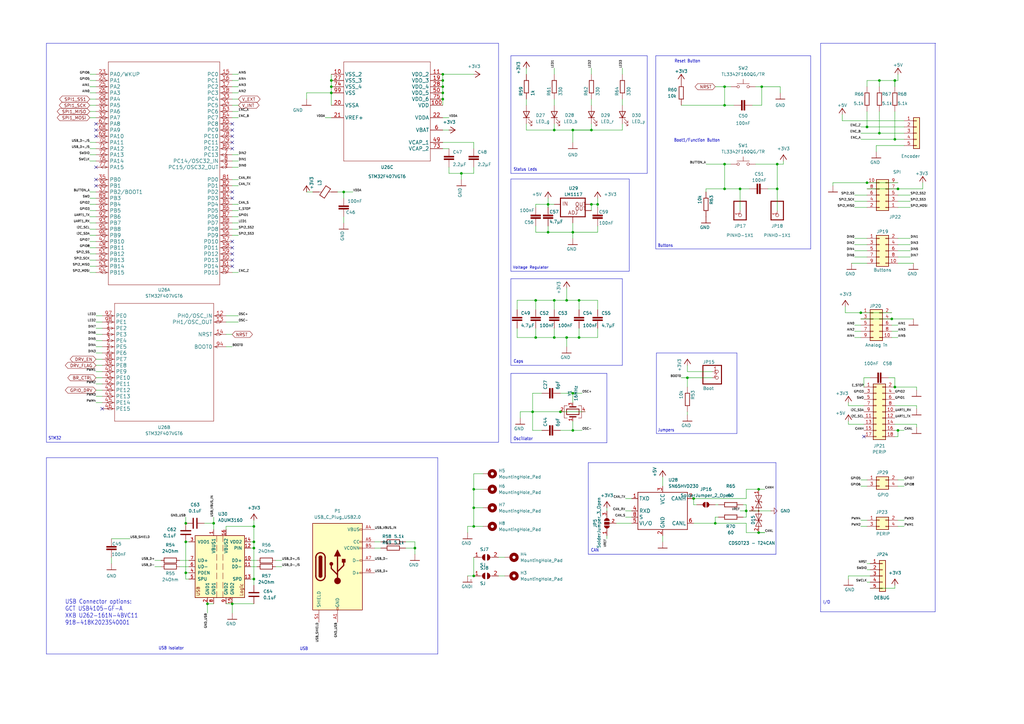
<source format=kicad_sch>
(kicad_sch
	(version 20250114)
	(generator "eeschema")
	(generator_version "9.0")
	(uuid "4cd24381-ef0a-4fc3-9080-2f3d7a881fa0")
	(paper "A3")
	
	(text "Oscillator"
		(exclude_from_sim no)
		(at 210.566 180.848 0)
		(effects
			(font
				(size 1.27 1.0795)
			)
			(justify left bottom)
		)
		(uuid "0a460622-1fd8-4854-b6a0-56e64b4b0ae3")
	)
	(text "I/O"
		(exclude_from_sim no)
		(at 337.566 247.904 0)
		(effects
			(font
				(size 1.27 1.0795)
			)
			(justify left bottom)
		)
		(uuid "0b500d5d-857f-4d84-8981-369f92eb97b6")
	)
	(text "Jumpers"
		(exclude_from_sim no)
		(at 269.748 177.292 0)
		(effects
			(font
				(size 1.27 1.0795)
			)
			(justify left bottom)
		)
		(uuid "12565cf4-442f-4dbd-85fa-83282b6c2e14")
	)
	(text "STM32"
		(exclude_from_sim no)
		(at 19.812 180.594 0)
		(effects
			(font
				(size 1.27 1.0795)
			)
			(justify left bottom)
		)
		(uuid "338edd2e-5846-4ed8-b03a-02aaba45fb11")
	)
	(text "USB"
		(exclude_from_sim no)
		(at 122.936 266.954 0)
		(effects
			(font
				(size 1.27 1.0795)
			)
			(justify left bottom)
		)
		(uuid "4207712e-96ec-4ad3-8105-4bb4852172b7")
	)
	(text "USB Connector options:\nGCT USB4105-GF-A\nXKB U262-161N-4BVC11\n918-418K2023S40001"
		(exclude_from_sim no)
		(at 26.67 256.54 0)
		(effects
			(font
				(size 1.778 1.5113)
			)
			(justify left bottom)
		)
		(uuid "50928061-8a83-43a9-87b9-94f46165cb88")
	)
	(text "Boot1/Function Button"
		(exclude_from_sim no)
		(at 276.352 58.42 0)
		(effects
			(font
				(size 1.27 1.0795)
			)
			(justify left bottom)
		)
		(uuid "5811032a-1597-4a4c-a7a3-d8e2c86e2053")
	)
	(text "Voltage Regulator"
		(exclude_from_sim no)
		(at 210.312 110.49 0)
		(effects
			(font
				(size 1.0795 1.0795)
			)
			(justify left bottom)
		)
		(uuid "5aa86ef3-98c5-4aa0-95b4-06dd013edb64")
	)
	(text "USB Isolator"
		(exclude_from_sim no)
		(at 65.024 266.7 0)
		(effects
			(font
				(size 1.27 1.0795)
			)
			(justify left bottom)
		)
		(uuid "67debb50-1335-40e2-ad5d-ee9d9b604a07")
	)
	(text "CAN"
		(exclude_from_sim no)
		(at 242.316 226.568 0)
		(effects
			(font
				(size 1.27 1.0795)
			)
			(justify left bottom)
		)
		(uuid "6db5d67a-cc58-4f23-9b96-8a73308bae06")
	)
	(text "Caps"
		(exclude_from_sim no)
		(at 210.566 149.098 0)
		(effects
			(font
				(size 1.27 1.0795)
			)
			(justify left bottom)
		)
		(uuid "72109094-d9c8-40a7-b95d-13687325852a")
	)
	(text "Status Leds"
		(exclude_from_sim no)
		(at 210.566 70.358 0)
		(effects
			(font
				(size 1.27 1.0795)
			)
			(justify left bottom)
		)
		(uuid "89205ea3-a47b-42c3-960b-77913fa4acf7")
	)
	(text "Buttons"
		(exclude_from_sim no)
		(at 269.748 101.6 0)
		(effects
			(font
				(size 1.27 1.0795)
			)
			(justify left bottom)
		)
		(uuid "eed26fec-175b-4929-8089-63ded238b187")
	)
	(text "Reset Button"
		(exclude_from_sim no)
		(at 276.606 25.908 0)
		(effects
			(font
				(size 1.27 1.0795)
			)
			(justify left bottom)
		)
		(uuid "f998a4f2-3c6a-4171-9400-fb08a2549479")
	)
	(junction
		(at 181.61 35.56)
		(diameter 0)
		(color 0 0 0 0)
		(uuid "010b79e0-934b-4c47-b151-1cfd9eda702c")
	)
	(junction
		(at 218.44 168.91)
		(diameter 0)
		(color 0 0 0 0)
		(uuid "01232a58-c264-416a-88eb-14035b9f0946")
	)
	(junction
		(at 234.95 176.53)
		(diameter 0)
		(color 0 0 0 0)
		(uuid "044f5202-ae0b-40ac-9345-4cfdffc2b018")
	)
	(junction
		(at 194.31 236.22)
		(diameter 0)
		(color 0 0 0 0)
		(uuid "0791c98c-b2a5-4897-9a88-66186f0f6212")
	)
	(junction
		(at 140.97 78.74)
		(diameter 0)
		(color 0 0 0 0)
		(uuid "0cde37ae-4449-45cf-b0f4-ccebc6485d03")
	)
	(junction
		(at 353.06 128.27)
		(diameter 0)
		(color 0 0 0 0)
		(uuid "0d801f6e-cf50-46be-ba05-c22a3772f3a0")
	)
	(junction
		(at 104.14 237.49)
		(diameter 0)
		(color 0 0 0 0)
		(uuid "0fdc7f81-3909-47c4-a8be-e2216c45f4d3")
	)
	(junction
		(at 311.15 200.66)
		(diameter 0)
		(color 0 0 0 0)
		(uuid "1003d38f-f582-40ff-b491-da89ac4857d2")
	)
	(junction
		(at 297.18 35.56)
		(diameter 0)
		(color 0 0 0 0)
		(uuid "11738ed3-7987-485e-a886-ae602b0adf98")
	)
	(junction
		(at 135.89 38.1)
		(diameter 0)
		(color 0 0 0 0)
		(uuid "162e8bfd-71f9-4c46-b3de-0df5692ad9d0")
	)
	(junction
		(at 224.79 95.25)
		(diameter 0)
		(color 0 0 0 0)
		(uuid "179a248d-d2da-4e7d-849f-486a0fd82043")
	)
	(junction
		(at 76.2 222.25)
		(diameter 0)
		(color 0 0 0 0)
		(uuid "1ae6e937-e4d7-47fa-ae16-00043a2e2cc1")
	)
	(junction
		(at 360.68 33.02)
		(diameter 0)
		(color 0 0 0 0)
		(uuid "1c8b0568-2cbd-4d94-9e91-74892f19bba2")
	)
	(junction
		(at 367.03 158.75)
		(diameter 0)
		(color 0 0 0 0)
		(uuid "22975299-f17b-4120-9595-ff8eee9d2209")
	)
	(junction
		(at 219.71 138.43)
		(diameter 0)
		(color 0 0 0 0)
		(uuid "25b2d5fa-598a-4e38-a805-c55001d6bf3c")
	)
	(junction
		(at 227.33 138.43)
		(diameter 0)
		(color 0 0 0 0)
		(uuid "26a8e897-49a9-4b57-a996-18501af8538f")
	)
	(junction
		(at 104.14 222.25)
		(diameter 0)
		(color 0 0 0 0)
		(uuid "27f8150e-3e16-4d83-b7da-983236ed7284")
	)
	(junction
		(at 135.89 35.56)
		(diameter 0)
		(color 0 0 0 0)
		(uuid "2d32ad1c-4181-4f58-b3de-64ef5b51408d")
	)
	(junction
		(at 297.18 67.31)
		(diameter 0)
		(color 0 0 0 0)
		(uuid "2fca7a11-ba20-445a-afa2-43ae3519b690")
	)
	(junction
		(at 284.48 204.47)
		(diameter 0)
		(color 0 0 0 0)
		(uuid "30021a61-46c4-462c-9b94-bef1fe87e5dd")
	)
	(junction
		(at 245.11 83.82)
		(diameter 0)
		(color 0 0 0 0)
		(uuid "342b00a3-8688-4d6f-97f5-7bcfd471e43a")
	)
	(junction
		(at 367.03 57.15)
		(diameter 0)
		(color 0 0 0 0)
		(uuid "3671c4fa-e23c-4e4e-9f7c-5c7e72df968c")
	)
	(junction
		(at 297.18 43.18)
		(diameter 0)
		(color 0 0 0 0)
		(uuid "38b79daf-36f0-4f86-a4ba-b359589b3297")
	)
	(junction
		(at 312.42 35.56)
		(diameter 0)
		(color 0 0 0 0)
		(uuid "3fdbccaa-e96f-4124-934d-4e0b776aac76")
	)
	(junction
		(at 194.31 215.9)
		(diameter 0)
		(color 0 0 0 0)
		(uuid "43722d3e-5fa7-4b6a-a76e-bf20eaf6e6ea")
	)
	(junction
		(at 306.07 209.55)
		(diameter 0)
		(color 0 0 0 0)
		(uuid "4db0d81f-8bd5-422d-9e6d-fd76a83a023d")
	)
	(junction
		(at 234.95 53.34)
		(diameter 0)
		(color 0 0 0 0)
		(uuid "4dbb49d8-92c1-4fa0-b910-55becd90f417")
	)
	(junction
		(at 365.76 130.81)
		(diameter 0)
		(color 0 0 0 0)
		(uuid "4df051fa-009a-45f4-984f-232ecdd7b12c")
	)
	(junction
		(at 76.2 214.63)
		(diameter 0)
		(color 0 0 0 0)
		(uuid "5294186c-a8db-4806-b966-9c7487cbc519")
	)
	(junction
		(at 242.57 83.82)
		(diameter 0)
		(color 0 0 0 0)
		(uuid "558e3b89-f2dc-42ad-a343-ca74a10b1bb3")
	)
	(junction
		(at 232.41 123.19)
		(diameter 0)
		(color 0 0 0 0)
		(uuid "5c095701-beec-4647-91ee-cec622c5cd0f")
	)
	(junction
		(at 219.71 123.19)
		(diameter 0)
		(color 0 0 0 0)
		(uuid "5f8eb759-5fc7-420a-9d45-b94284544376")
	)
	(junction
		(at 181.61 38.1)
		(diameter 0)
		(color 0 0 0 0)
		(uuid "61806514-3780-4839-9112-85ab5d146a5c")
	)
	(junction
		(at 224.79 83.82)
		(diameter 0)
		(color 0 0 0 0)
		(uuid "6181cded-8747-4255-b663-a9270239f1f1")
	)
	(junction
		(at 104.14 224.79)
		(diameter 0)
		(color 0 0 0 0)
		(uuid "6365110b-39a9-4860-8ff5-241296a0a3ea")
	)
	(junction
		(at 181.61 40.64)
		(diameter 0)
		(color 0 0 0 0)
		(uuid "68ab1aef-5085-4897-a8c0-045c8a4cbea8")
	)
	(junction
		(at 293.37 214.63)
		(diameter 0)
		(color 0 0 0 0)
		(uuid "71a23ff1-5fc8-4dbe-a87d-6583081e15ef")
	)
	(junction
		(at 368.3 77.47)
		(diameter 0)
		(color 0 0 0 0)
		(uuid "739c837d-40a5-4f84-95dd-991014c78bcf")
	)
	(junction
		(at 95.25 247.65)
		(diameter 0)
		(color 0 0 0 0)
		(uuid "85787eb3-85dc-4bde-91d7-89cdc23fabac")
	)
	(junction
		(at 367.03 33.02)
		(diameter 0)
		(color 0 0 0 0)
		(uuid "8de2c57d-1e6a-4472-8eba-63ecb8df4dad")
	)
	(junction
		(at 355.6 74.93)
		(diameter 0)
		(color 0 0 0 0)
		(uuid "9aba88ef-c41c-4948-b402-1eb04db34406")
	)
	(junction
		(at 318.77 67.31)
		(diameter 0)
		(color 0 0 0 0)
		(uuid "9b36882f-ae14-4e97-8b22-ea205f85f10b")
	)
	(junction
		(at 281.94 154.94)
		(diameter 0)
		(color 0 0 0 0)
		(uuid "9f27bb7a-5c8c-41af-800b-614d4544a1fd")
	)
	(junction
		(at 85.09 247.65)
		(diameter 0)
		(color 0 0 0 0)
		(uuid "a1be23df-a9a6-45de-aaef-503e10fb1323")
	)
	(junction
		(at 368.3 176.53)
		(diameter 0)
		(color 0 0 0 0)
		(uuid "a2f87b4c-51dd-4de9-99da-ecb0abf48f7a")
	)
	(junction
		(at 87.63 214.63)
		(diameter 0)
		(color 0 0 0 0)
		(uuid "a3e298eb-fe69-4d1e-8351-982a8271a78b")
	)
	(junction
		(at 234.95 161.29)
		(diameter 0)
		(color 0 0 0 0)
		(uuid "a648e6db-1cb8-465d-ae3a-0b1b821a68ba")
	)
	(junction
		(at 194.31 200.66)
		(diameter 0)
		(color 0 0 0 0)
		(uuid "a7ef7365-45be-4909-847a-0edd3227fb77")
	)
	(junction
		(at 232.41 138.43)
		(diameter 0)
		(color 0 0 0 0)
		(uuid "a8786951-375b-4fee-9edb-e1d298f06b5a")
	)
	(junction
		(at 360.68 54.61)
		(diameter 0)
		(color 0 0 0 0)
		(uuid "ad5f1041-baba-4848-8d5c-8aa6698071ae")
	)
	(junction
		(at 311.15 218.44)
		(diameter 0)
		(color 0 0 0 0)
		(uuid "b328bfb9-eeed-4ed8-8895-18270075868b")
	)
	(junction
		(at 318.77 77.47)
		(diameter 0)
		(color 0 0 0 0)
		(uuid "b34e7678-88d2-4c8c-b01f-8c589ce1606b")
	)
	(junction
		(at 104.14 215.9)
		(diameter 0)
		(color 0 0 0 0)
		(uuid "b47ea42b-43f0-420d-8ad4-cae4364b2278")
	)
	(junction
		(at 234.95 95.25)
		(diameter 0)
		(color 0 0 0 0)
		(uuid "bb57eedc-922c-4792-a291-c7b1233bac13")
	)
	(junction
		(at 227.33 53.34)
		(diameter 0)
		(color 0 0 0 0)
		(uuid "bb9d5bd1-5762-4fa7-8144-838832b872af")
	)
	(junction
		(at 194.31 208.28)
		(diameter 0)
		(color 0 0 0 0)
		(uuid "cb0ea476-a6be-48a9-84e9-810ee48ee96e")
	)
	(junction
		(at 355.6 52.07)
		(diameter 0)
		(color 0 0 0 0)
		(uuid "cd9b47fc-efd4-40c8-b08c-95e5d95dfdaf")
	)
	(junction
		(at 170.18 224.79)
		(diameter 0)
		(color 0 0 0 0)
		(uuid "d2381e7b-52ed-438a-80ff-6c8b8a1b821e")
	)
	(junction
		(at 181.61 30.48)
		(diameter 0)
		(color 0 0 0 0)
		(uuid "d40f769d-cf14-4e25-946a-cfb7b9c55d5a")
	)
	(junction
		(at 189.23 71.12)
		(diameter 0)
		(color 0 0 0 0)
		(uuid "d90e1444-9936-4769-a079-aa9c962f4d20")
	)
	(junction
		(at 135.89 33.02)
		(diameter 0)
		(color 0 0 0 0)
		(uuid "d9f2b5d3-9c26-46d6-b39e-176002497761")
	)
	(junction
		(at 181.61 33.02)
		(diameter 0)
		(color 0 0 0 0)
		(uuid "dedef0ea-15c9-49ab-9fcd-2533ab500259")
	)
	(junction
		(at 229.87 168.91)
		(diameter 0)
		(color 0 0 0 0)
		(uuid "e0b63c86-1027-4b43-8cf3-aa95821a29fd")
	)
	(junction
		(at 242.57 53.34)
		(diameter 0)
		(color 0 0 0 0)
		(uuid "e28b219e-3a28-496e-b1b2-eefab3997696")
	)
	(junction
		(at 76.2 234.95)
		(diameter 0)
		(color 0 0 0 0)
		(uuid "eb3f2cc5-f3c2-4d1b-ac5f-4f304835c890")
	)
	(junction
		(at 237.49 123.19)
		(diameter 0)
		(color 0 0 0 0)
		(uuid "ebefa6a3-bedf-4c59-954f-498b42d712ae")
	)
	(junction
		(at 297.18 77.47)
		(diameter 0)
		(color 0 0 0 0)
		(uuid "ec2913a9-267f-45d2-bf96-fbba99e3753a")
	)
	(junction
		(at 303.53 77.47)
		(diameter 0)
		(color 0 0 0 0)
		(uuid "ee27e369-9770-49cf-91e6-9aa83dc585a4")
	)
	(junction
		(at 237.49 138.43)
		(diameter 0)
		(color 0 0 0 0)
		(uuid "ef430c1c-1a34-4c6e-80d8-41187048e090")
	)
	(junction
		(at 227.33 123.19)
		(diameter 0)
		(color 0 0 0 0)
		(uuid "f54294c8-c6f9-44eb-a63f-888d8f74edb7")
	)
	(no_connect
		(at 95.25 109.22)
		(uuid "0aed50e7-be01-426d-9fee-579de72cdd02")
	)
	(no_connect
		(at 39.37 68.58)
		(uuid "113112c8-66f7-453f-9331-17fbe5892696")
	)
	(no_connect
		(at 95.25 78.74)
		(uuid "115b2754-b597-4358-872e-b3c7c84bf35a")
	)
	(no_connect
		(at 95.25 101.6)
		(uuid "1364a65d-7e92-4950-9bf0-15b2662a864e")
	)
	(no_connect
		(at 95.25 106.68)
		(uuid "1d941627-12f5-4656-8c1b-7b5484b853df")
	)
	(no_connect
		(at 354.33 179.07)
		(uuid "27e9b61f-7346-438f-b0b6-1e014aabc232")
	)
	(no_connect
		(at 41.91 167.64)
		(uuid "2eeea1df-4623-4a87-8797-7d49f6bd41c4")
	)
	(no_connect
		(at 95.25 104.14)
		(uuid "3c1fde23-834b-486a-be0e-149de5a873e6")
	)
	(no_connect
		(at 95.25 53.34)
		(uuid "40409f38-ddbe-4872-be4e-4963832aab4b")
	)
	(no_connect
		(at 39.37 50.8)
		(uuid "431b6929-0585-4ec8-a4aa-72cb65b8186d")
	)
	(no_connect
		(at 95.25 99.06)
		(uuid "4e6772ab-84ec-4c3e-a14b-3c69490cf518")
	)
	(no_connect
		(at 39.37 76.2)
		(uuid "a21c71ad-f20d-4039-9102-403571048517")
	)
	(no_connect
		(at 39.37 73.66)
		(uuid "ab617fab-d1c5-4904-b9ba-e41db7c56e5d")
	)
	(no_connect
		(at 39.37 55.88)
		(uuid "c29e6ed9-4685-49aa-81bd-e84a22a9c6b7")
	)
	(no_connect
		(at 95.25 50.8)
		(uuid "c8f29373-c361-4c5f-a4c3-bbb70c517f50")
	)
	(no_connect
		(at 95.25 81.28)
		(uuid "d6b1d3ad-3ab3-46fd-b487-5bd73ec6e69b")
	)
	(no_connect
		(at 95.25 58.42)
		(uuid "db9b3b39-e609-489e-9faa-16825592065e")
	)
	(no_connect
		(at 95.25 55.88)
		(uuid "de68736e-76c1-492c-8e1a-ed302b0cc768")
	)
	(no_connect
		(at 95.25 60.96)
		(uuid "f2254955-8005-4548-b83d-fa24b5582b5a")
	)
	(no_connect
		(at 39.37 53.34)
		(uuid "f6a07888-d78e-4e14-bb92-a105c0d639f8")
	)
	(wire
		(pts
			(xy 234.95 53.34) (xy 234.95 58.42)
		)
		(stroke
			(width 0.1524)
			(type solid)
		)
		(uuid "00d25a45-6819-44e8-930f-c3489b508fcc")
	)
	(wire
		(pts
			(xy 95.25 247.65) (xy 95.25 251.46)
		)
		(stroke
			(width 0)
			(type default)
		)
		(uuid "00ef781a-b304-45e5-9651-c353fb7d9d32")
	)
	(wire
		(pts
			(xy 41.91 157.48) (xy 39.37 157.48)
		)
		(stroke
			(width 0.1524)
			(type solid)
		)
		(uuid "011a0f6f-79ec-4813-81fb-803893fd26bb")
	)
	(wire
		(pts
			(xy 41.91 165.1) (xy 39.37 165.1)
		)
		(stroke
			(width 0.1524)
			(type solid)
		)
		(uuid "01370067-6610-47a2-b837-6049445ddaa4")
	)
	(wire
		(pts
			(xy 125.73 38.1) (xy 135.89 38.1)
		)
		(stroke
			(width 0.1524)
			(type solid)
		)
		(uuid "033d2edb-ccf7-4552-9264-570d8611ee31")
	)
	(wire
		(pts
			(xy 39.37 63.5) (xy 36.83 63.5)
		)
		(stroke
			(width 0.1524)
			(type solid)
		)
		(uuid "0397ff6c-cfe5-49f0-a1b6-94d717a5f676")
	)
	(wire
		(pts
			(xy 346.71 125.73) (xy 346.71 128.27)
		)
		(stroke
			(width 0.1524)
			(type solid)
		)
		(uuid "0457c25a-ca93-4c9e-9932-84271300d411")
	)
	(wire
		(pts
			(xy 281.94 154.94) (xy 279.4 154.94)
		)
		(stroke
			(width 0.1524)
			(type solid)
		)
		(uuid "04e8e0e3-0fb8-4f7d-9fe0-698f61af2537")
	)
	(wire
		(pts
			(xy 368.3 105.41) (xy 373.38 105.41)
		)
		(stroke
			(width 0.1524)
			(type solid)
		)
		(uuid "055bafea-c9b2-4eec-8d5b-68a85c4123b0")
	)
	(wire
		(pts
			(xy 95.25 91.44) (xy 97.79 91.44)
		)
		(stroke
			(width 0.1524)
			(type solid)
		)
		(uuid "05ba86fb-a785-48b1-aaab-686ba967260e")
	)
	(wire
		(pts
			(xy 95.25 30.48) (xy 97.79 30.48)
		)
		(stroke
			(width 0.1524)
			(type solid)
		)
		(uuid "06e6d3b5-c9bc-4cbf-84c9-fdfe15495a43")
	)
	(wire
		(pts
			(xy 39.37 48.26) (xy 36.83 48.26)
		)
		(stroke
			(width 0.1524)
			(type solid)
		)
		(uuid "07272880-dd40-4faa-a0d5-a00645e40ca2")
	)
	(wire
		(pts
			(xy 367.03 241.3) (xy 356.87 241.3)
		)
		(stroke
			(width 0.1524)
			(type solid)
		)
		(uuid "078ef809-fef3-48cd-b057-4056ddc75b93")
	)
	(wire
		(pts
			(xy 368.3 80.01) (xy 373.38 80.01)
		)
		(stroke
			(width 0.1524)
			(type solid)
		)
		(uuid "085fa638-39da-46ef-a00a-0572d5b5ce05")
	)
	(wire
		(pts
			(xy 229.87 168.91) (xy 240.03 168.91)
		)
		(stroke
			(width 0)
			(type default)
		)
		(uuid "0906db0d-5b3e-400f-a010-dbd5bfed05fa")
	)
	(wire
		(pts
			(xy 104.14 222.25) (xy 102.87 222.25)
		)
		(stroke
			(width 0)
			(type default)
		)
		(uuid "09354b86-feb0-465a-8562-25f92e01598b")
	)
	(wire
		(pts
			(xy 370.84 52.07) (xy 355.6 52.07)
		)
		(stroke
			(width 0.1524)
			(type solid)
		)
		(uuid "0a67d4a1-a0dc-4178-bf52-600ba46a35db")
	)
	(wire
		(pts
			(xy 313.69 218.44) (xy 311.15 218.44)
		)
		(stroke
			(width 0)
			(type default)
		)
		(uuid "0ab70fcb-49b1-40f7-8191-471b3a9fd3a4")
	)
	(wire
		(pts
			(xy 181.61 60.96) (xy 184.15 60.96)
		)
		(stroke
			(width 0.1524)
			(type solid)
		)
		(uuid "0bee82e5-68b2-4169-8433-72cf91dd3068")
	)
	(wire
		(pts
			(xy 347.98 236.22) (xy 356.87 236.22)
		)
		(stroke
			(width 0.1524)
			(type solid)
		)
		(uuid "0bf5eacf-ba25-44ee-b561-a617036fc571")
	)
	(polyline
		(pts
			(xy 209.55 149.86) (xy 255.27 149.86)
		)
		(stroke
			(width 0.1524)
			(type solid)
		)
		(uuid "0ce68aab-40e1-4c7c-9175-f2e30065b2a3")
	)
	(wire
		(pts
			(xy 306.07 214.63) (xy 293.37 214.63)
		)
		(stroke
			(width 0
... [252886 chars truncated]
</source>
